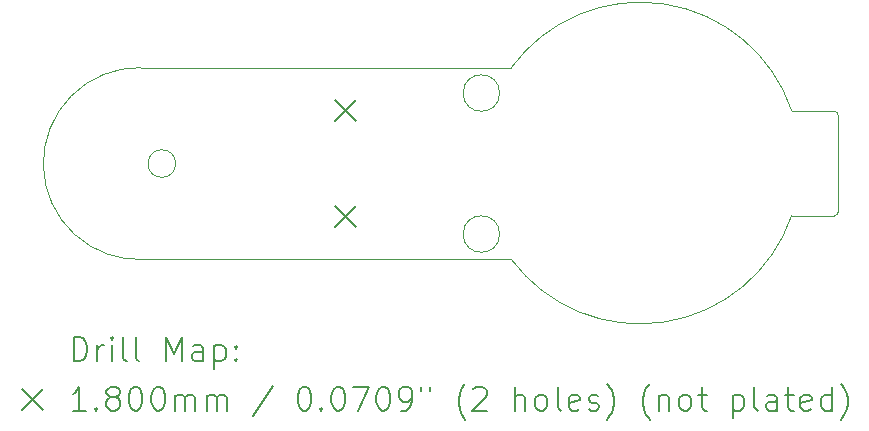
<source format=gbr>
%TF.GenerationSoftware,KiCad,Pcbnew,8.0.4*%
%TF.CreationDate,2024-08-28T21:18:08+02:00*%
%TF.ProjectId,Project1LedTorch,50726f6a-6563-4743-914c-6564546f7263,1*%
%TF.SameCoordinates,Original*%
%TF.FileFunction,Drillmap*%
%TF.FilePolarity,Positive*%
%FSLAX45Y45*%
G04 Gerber Fmt 4.5, Leading zero omitted, Abs format (unit mm)*
G04 Created by KiCad (PCBNEW 8.0.4) date 2024-08-28 21:18:08*
%MOMM*%
%LPD*%
G01*
G04 APERTURE LIST*
%ADD10C,0.050000*%
%ADD11C,0.200000*%
%ADD12C,0.180000*%
G04 APERTURE END LIST*
D10*
X17993098Y-10286029D02*
G75*
G02*
X15621000Y-10654018I-1283597J444811D01*
G01*
X12484100Y-9029700D02*
X15621000Y-9029700D01*
X12524082Y-10653683D02*
G75*
G02*
X12484100Y-9029700I-52831J811183D01*
G01*
X18351500Y-9398000D02*
X17995900Y-9398000D01*
X15521502Y-10439400D02*
G75*
G02*
X15212498Y-10439400I-154502J0D01*
G01*
X15212498Y-10439400D02*
G75*
G02*
X15521502Y-10439400I154502J0D01*
G01*
X18351500Y-10287000D02*
X17993098Y-10286029D01*
X15621000Y-9029700D02*
G75*
G02*
X17995555Y-9397595I1091855J-799847D01*
G01*
X15521502Y-9245600D02*
G75*
G02*
X15212498Y-9245600I-154502J0D01*
G01*
X15212498Y-9245600D02*
G75*
G02*
X15521502Y-9245600I154502J0D01*
G01*
X12778988Y-9842500D02*
G75*
G02*
X12544812Y-9842500I-117088J0D01*
G01*
X12544812Y-9842500D02*
G75*
G02*
X12778988Y-9842500I117088J0D01*
G01*
X18389600Y-10248900D02*
G75*
G02*
X18351500Y-10287000I-38100J0D01*
G01*
X18351500Y-9398000D02*
G75*
G02*
X18389600Y-9436100I0J-38100D01*
G01*
X12524082Y-10653683D02*
X15621000Y-10654018D01*
X18389600Y-10248900D02*
X18389600Y-9436100D01*
D11*
D12*
X14128800Y-9302500D02*
X14308800Y-9482500D01*
X14308800Y-9302500D02*
X14128800Y-9482500D01*
X14128800Y-10202500D02*
X14308800Y-10382500D01*
X14308800Y-10202500D02*
X14128800Y-10382500D01*
D11*
X11916626Y-11513685D02*
X11916626Y-11313685D01*
X11916626Y-11313685D02*
X11964245Y-11313685D01*
X11964245Y-11313685D02*
X11992817Y-11323209D01*
X11992817Y-11323209D02*
X12011864Y-11342257D01*
X12011864Y-11342257D02*
X12021388Y-11361304D01*
X12021388Y-11361304D02*
X12030912Y-11399399D01*
X12030912Y-11399399D02*
X12030912Y-11427971D01*
X12030912Y-11427971D02*
X12021388Y-11466066D01*
X12021388Y-11466066D02*
X12011864Y-11485114D01*
X12011864Y-11485114D02*
X11992817Y-11504161D01*
X11992817Y-11504161D02*
X11964245Y-11513685D01*
X11964245Y-11513685D02*
X11916626Y-11513685D01*
X12116626Y-11513685D02*
X12116626Y-11380352D01*
X12116626Y-11418447D02*
X12126150Y-11399399D01*
X12126150Y-11399399D02*
X12135674Y-11389876D01*
X12135674Y-11389876D02*
X12154721Y-11380352D01*
X12154721Y-11380352D02*
X12173769Y-11380352D01*
X12240436Y-11513685D02*
X12240436Y-11380352D01*
X12240436Y-11313685D02*
X12230912Y-11323209D01*
X12230912Y-11323209D02*
X12240436Y-11332733D01*
X12240436Y-11332733D02*
X12249959Y-11323209D01*
X12249959Y-11323209D02*
X12240436Y-11313685D01*
X12240436Y-11313685D02*
X12240436Y-11332733D01*
X12364245Y-11513685D02*
X12345198Y-11504161D01*
X12345198Y-11504161D02*
X12335674Y-11485114D01*
X12335674Y-11485114D02*
X12335674Y-11313685D01*
X12469007Y-11513685D02*
X12449959Y-11504161D01*
X12449959Y-11504161D02*
X12440436Y-11485114D01*
X12440436Y-11485114D02*
X12440436Y-11313685D01*
X12697579Y-11513685D02*
X12697579Y-11313685D01*
X12697579Y-11313685D02*
X12764245Y-11456542D01*
X12764245Y-11456542D02*
X12830912Y-11313685D01*
X12830912Y-11313685D02*
X12830912Y-11513685D01*
X13011864Y-11513685D02*
X13011864Y-11408923D01*
X13011864Y-11408923D02*
X13002340Y-11389876D01*
X13002340Y-11389876D02*
X12983293Y-11380352D01*
X12983293Y-11380352D02*
X12945198Y-11380352D01*
X12945198Y-11380352D02*
X12926150Y-11389876D01*
X13011864Y-11504161D02*
X12992817Y-11513685D01*
X12992817Y-11513685D02*
X12945198Y-11513685D01*
X12945198Y-11513685D02*
X12926150Y-11504161D01*
X12926150Y-11504161D02*
X12916626Y-11485114D01*
X12916626Y-11485114D02*
X12916626Y-11466066D01*
X12916626Y-11466066D02*
X12926150Y-11447018D01*
X12926150Y-11447018D02*
X12945198Y-11437495D01*
X12945198Y-11437495D02*
X12992817Y-11437495D01*
X12992817Y-11437495D02*
X13011864Y-11427971D01*
X13107102Y-11380352D02*
X13107102Y-11580352D01*
X13107102Y-11389876D02*
X13126150Y-11380352D01*
X13126150Y-11380352D02*
X13164245Y-11380352D01*
X13164245Y-11380352D02*
X13183293Y-11389876D01*
X13183293Y-11389876D02*
X13192817Y-11399399D01*
X13192817Y-11399399D02*
X13202340Y-11418447D01*
X13202340Y-11418447D02*
X13202340Y-11475590D01*
X13202340Y-11475590D02*
X13192817Y-11494637D01*
X13192817Y-11494637D02*
X13183293Y-11504161D01*
X13183293Y-11504161D02*
X13164245Y-11513685D01*
X13164245Y-11513685D02*
X13126150Y-11513685D01*
X13126150Y-11513685D02*
X13107102Y-11504161D01*
X13288055Y-11494637D02*
X13297579Y-11504161D01*
X13297579Y-11504161D02*
X13288055Y-11513685D01*
X13288055Y-11513685D02*
X13278531Y-11504161D01*
X13278531Y-11504161D02*
X13288055Y-11494637D01*
X13288055Y-11494637D02*
X13288055Y-11513685D01*
X13288055Y-11389876D02*
X13297579Y-11399399D01*
X13297579Y-11399399D02*
X13288055Y-11408923D01*
X13288055Y-11408923D02*
X13278531Y-11399399D01*
X13278531Y-11399399D02*
X13288055Y-11389876D01*
X13288055Y-11389876D02*
X13288055Y-11408923D01*
D12*
X11475849Y-11752201D02*
X11655849Y-11932201D01*
X11655849Y-11752201D02*
X11475849Y-11932201D01*
D11*
X12021388Y-11933685D02*
X11907102Y-11933685D01*
X11964245Y-11933685D02*
X11964245Y-11733685D01*
X11964245Y-11733685D02*
X11945198Y-11762257D01*
X11945198Y-11762257D02*
X11926150Y-11781304D01*
X11926150Y-11781304D02*
X11907102Y-11790828D01*
X12107102Y-11914637D02*
X12116626Y-11924161D01*
X12116626Y-11924161D02*
X12107102Y-11933685D01*
X12107102Y-11933685D02*
X12097579Y-11924161D01*
X12097579Y-11924161D02*
X12107102Y-11914637D01*
X12107102Y-11914637D02*
X12107102Y-11933685D01*
X12230912Y-11819399D02*
X12211864Y-11809876D01*
X12211864Y-11809876D02*
X12202340Y-11800352D01*
X12202340Y-11800352D02*
X12192817Y-11781304D01*
X12192817Y-11781304D02*
X12192817Y-11771780D01*
X12192817Y-11771780D02*
X12202340Y-11752733D01*
X12202340Y-11752733D02*
X12211864Y-11743209D01*
X12211864Y-11743209D02*
X12230912Y-11733685D01*
X12230912Y-11733685D02*
X12269007Y-11733685D01*
X12269007Y-11733685D02*
X12288055Y-11743209D01*
X12288055Y-11743209D02*
X12297579Y-11752733D01*
X12297579Y-11752733D02*
X12307102Y-11771780D01*
X12307102Y-11771780D02*
X12307102Y-11781304D01*
X12307102Y-11781304D02*
X12297579Y-11800352D01*
X12297579Y-11800352D02*
X12288055Y-11809876D01*
X12288055Y-11809876D02*
X12269007Y-11819399D01*
X12269007Y-11819399D02*
X12230912Y-11819399D01*
X12230912Y-11819399D02*
X12211864Y-11828923D01*
X12211864Y-11828923D02*
X12202340Y-11838447D01*
X12202340Y-11838447D02*
X12192817Y-11857495D01*
X12192817Y-11857495D02*
X12192817Y-11895590D01*
X12192817Y-11895590D02*
X12202340Y-11914637D01*
X12202340Y-11914637D02*
X12211864Y-11924161D01*
X12211864Y-11924161D02*
X12230912Y-11933685D01*
X12230912Y-11933685D02*
X12269007Y-11933685D01*
X12269007Y-11933685D02*
X12288055Y-11924161D01*
X12288055Y-11924161D02*
X12297579Y-11914637D01*
X12297579Y-11914637D02*
X12307102Y-11895590D01*
X12307102Y-11895590D02*
X12307102Y-11857495D01*
X12307102Y-11857495D02*
X12297579Y-11838447D01*
X12297579Y-11838447D02*
X12288055Y-11828923D01*
X12288055Y-11828923D02*
X12269007Y-11819399D01*
X12430912Y-11733685D02*
X12449960Y-11733685D01*
X12449960Y-11733685D02*
X12469007Y-11743209D01*
X12469007Y-11743209D02*
X12478531Y-11752733D01*
X12478531Y-11752733D02*
X12488055Y-11771780D01*
X12488055Y-11771780D02*
X12497579Y-11809876D01*
X12497579Y-11809876D02*
X12497579Y-11857495D01*
X12497579Y-11857495D02*
X12488055Y-11895590D01*
X12488055Y-11895590D02*
X12478531Y-11914637D01*
X12478531Y-11914637D02*
X12469007Y-11924161D01*
X12469007Y-11924161D02*
X12449960Y-11933685D01*
X12449960Y-11933685D02*
X12430912Y-11933685D01*
X12430912Y-11933685D02*
X12411864Y-11924161D01*
X12411864Y-11924161D02*
X12402340Y-11914637D01*
X12402340Y-11914637D02*
X12392817Y-11895590D01*
X12392817Y-11895590D02*
X12383293Y-11857495D01*
X12383293Y-11857495D02*
X12383293Y-11809876D01*
X12383293Y-11809876D02*
X12392817Y-11771780D01*
X12392817Y-11771780D02*
X12402340Y-11752733D01*
X12402340Y-11752733D02*
X12411864Y-11743209D01*
X12411864Y-11743209D02*
X12430912Y-11733685D01*
X12621388Y-11733685D02*
X12640436Y-11733685D01*
X12640436Y-11733685D02*
X12659483Y-11743209D01*
X12659483Y-11743209D02*
X12669007Y-11752733D01*
X12669007Y-11752733D02*
X12678531Y-11771780D01*
X12678531Y-11771780D02*
X12688055Y-11809876D01*
X12688055Y-11809876D02*
X12688055Y-11857495D01*
X12688055Y-11857495D02*
X12678531Y-11895590D01*
X12678531Y-11895590D02*
X12669007Y-11914637D01*
X12669007Y-11914637D02*
X12659483Y-11924161D01*
X12659483Y-11924161D02*
X12640436Y-11933685D01*
X12640436Y-11933685D02*
X12621388Y-11933685D01*
X12621388Y-11933685D02*
X12602340Y-11924161D01*
X12602340Y-11924161D02*
X12592817Y-11914637D01*
X12592817Y-11914637D02*
X12583293Y-11895590D01*
X12583293Y-11895590D02*
X12573769Y-11857495D01*
X12573769Y-11857495D02*
X12573769Y-11809876D01*
X12573769Y-11809876D02*
X12583293Y-11771780D01*
X12583293Y-11771780D02*
X12592817Y-11752733D01*
X12592817Y-11752733D02*
X12602340Y-11743209D01*
X12602340Y-11743209D02*
X12621388Y-11733685D01*
X12773769Y-11933685D02*
X12773769Y-11800352D01*
X12773769Y-11819399D02*
X12783293Y-11809876D01*
X12783293Y-11809876D02*
X12802340Y-11800352D01*
X12802340Y-11800352D02*
X12830912Y-11800352D01*
X12830912Y-11800352D02*
X12849960Y-11809876D01*
X12849960Y-11809876D02*
X12859483Y-11828923D01*
X12859483Y-11828923D02*
X12859483Y-11933685D01*
X12859483Y-11828923D02*
X12869007Y-11809876D01*
X12869007Y-11809876D02*
X12888055Y-11800352D01*
X12888055Y-11800352D02*
X12916626Y-11800352D01*
X12916626Y-11800352D02*
X12935674Y-11809876D01*
X12935674Y-11809876D02*
X12945198Y-11828923D01*
X12945198Y-11828923D02*
X12945198Y-11933685D01*
X13040436Y-11933685D02*
X13040436Y-11800352D01*
X13040436Y-11819399D02*
X13049960Y-11809876D01*
X13049960Y-11809876D02*
X13069007Y-11800352D01*
X13069007Y-11800352D02*
X13097579Y-11800352D01*
X13097579Y-11800352D02*
X13116626Y-11809876D01*
X13116626Y-11809876D02*
X13126150Y-11828923D01*
X13126150Y-11828923D02*
X13126150Y-11933685D01*
X13126150Y-11828923D02*
X13135674Y-11809876D01*
X13135674Y-11809876D02*
X13154721Y-11800352D01*
X13154721Y-11800352D02*
X13183293Y-11800352D01*
X13183293Y-11800352D02*
X13202341Y-11809876D01*
X13202341Y-11809876D02*
X13211864Y-11828923D01*
X13211864Y-11828923D02*
X13211864Y-11933685D01*
X13602341Y-11724161D02*
X13430912Y-11981304D01*
X13859483Y-11733685D02*
X13878531Y-11733685D01*
X13878531Y-11733685D02*
X13897579Y-11743209D01*
X13897579Y-11743209D02*
X13907103Y-11752733D01*
X13907103Y-11752733D02*
X13916626Y-11771780D01*
X13916626Y-11771780D02*
X13926150Y-11809876D01*
X13926150Y-11809876D02*
X13926150Y-11857495D01*
X13926150Y-11857495D02*
X13916626Y-11895590D01*
X13916626Y-11895590D02*
X13907103Y-11914637D01*
X13907103Y-11914637D02*
X13897579Y-11924161D01*
X13897579Y-11924161D02*
X13878531Y-11933685D01*
X13878531Y-11933685D02*
X13859483Y-11933685D01*
X13859483Y-11933685D02*
X13840436Y-11924161D01*
X13840436Y-11924161D02*
X13830912Y-11914637D01*
X13830912Y-11914637D02*
X13821388Y-11895590D01*
X13821388Y-11895590D02*
X13811864Y-11857495D01*
X13811864Y-11857495D02*
X13811864Y-11809876D01*
X13811864Y-11809876D02*
X13821388Y-11771780D01*
X13821388Y-11771780D02*
X13830912Y-11752733D01*
X13830912Y-11752733D02*
X13840436Y-11743209D01*
X13840436Y-11743209D02*
X13859483Y-11733685D01*
X14011864Y-11914637D02*
X14021388Y-11924161D01*
X14021388Y-11924161D02*
X14011864Y-11933685D01*
X14011864Y-11933685D02*
X14002341Y-11924161D01*
X14002341Y-11924161D02*
X14011864Y-11914637D01*
X14011864Y-11914637D02*
X14011864Y-11933685D01*
X14145198Y-11733685D02*
X14164245Y-11733685D01*
X14164245Y-11733685D02*
X14183293Y-11743209D01*
X14183293Y-11743209D02*
X14192817Y-11752733D01*
X14192817Y-11752733D02*
X14202341Y-11771780D01*
X14202341Y-11771780D02*
X14211864Y-11809876D01*
X14211864Y-11809876D02*
X14211864Y-11857495D01*
X14211864Y-11857495D02*
X14202341Y-11895590D01*
X14202341Y-11895590D02*
X14192817Y-11914637D01*
X14192817Y-11914637D02*
X14183293Y-11924161D01*
X14183293Y-11924161D02*
X14164245Y-11933685D01*
X14164245Y-11933685D02*
X14145198Y-11933685D01*
X14145198Y-11933685D02*
X14126150Y-11924161D01*
X14126150Y-11924161D02*
X14116626Y-11914637D01*
X14116626Y-11914637D02*
X14107103Y-11895590D01*
X14107103Y-11895590D02*
X14097579Y-11857495D01*
X14097579Y-11857495D02*
X14097579Y-11809876D01*
X14097579Y-11809876D02*
X14107103Y-11771780D01*
X14107103Y-11771780D02*
X14116626Y-11752733D01*
X14116626Y-11752733D02*
X14126150Y-11743209D01*
X14126150Y-11743209D02*
X14145198Y-11733685D01*
X14278531Y-11733685D02*
X14411864Y-11733685D01*
X14411864Y-11733685D02*
X14326150Y-11933685D01*
X14526150Y-11733685D02*
X14545198Y-11733685D01*
X14545198Y-11733685D02*
X14564245Y-11743209D01*
X14564245Y-11743209D02*
X14573769Y-11752733D01*
X14573769Y-11752733D02*
X14583293Y-11771780D01*
X14583293Y-11771780D02*
X14592817Y-11809876D01*
X14592817Y-11809876D02*
X14592817Y-11857495D01*
X14592817Y-11857495D02*
X14583293Y-11895590D01*
X14583293Y-11895590D02*
X14573769Y-11914637D01*
X14573769Y-11914637D02*
X14564245Y-11924161D01*
X14564245Y-11924161D02*
X14545198Y-11933685D01*
X14545198Y-11933685D02*
X14526150Y-11933685D01*
X14526150Y-11933685D02*
X14507103Y-11924161D01*
X14507103Y-11924161D02*
X14497579Y-11914637D01*
X14497579Y-11914637D02*
X14488055Y-11895590D01*
X14488055Y-11895590D02*
X14478531Y-11857495D01*
X14478531Y-11857495D02*
X14478531Y-11809876D01*
X14478531Y-11809876D02*
X14488055Y-11771780D01*
X14488055Y-11771780D02*
X14497579Y-11752733D01*
X14497579Y-11752733D02*
X14507103Y-11743209D01*
X14507103Y-11743209D02*
X14526150Y-11733685D01*
X14688055Y-11933685D02*
X14726150Y-11933685D01*
X14726150Y-11933685D02*
X14745198Y-11924161D01*
X14745198Y-11924161D02*
X14754722Y-11914637D01*
X14754722Y-11914637D02*
X14773769Y-11886066D01*
X14773769Y-11886066D02*
X14783293Y-11847971D01*
X14783293Y-11847971D02*
X14783293Y-11771780D01*
X14783293Y-11771780D02*
X14773769Y-11752733D01*
X14773769Y-11752733D02*
X14764245Y-11743209D01*
X14764245Y-11743209D02*
X14745198Y-11733685D01*
X14745198Y-11733685D02*
X14707103Y-11733685D01*
X14707103Y-11733685D02*
X14688055Y-11743209D01*
X14688055Y-11743209D02*
X14678531Y-11752733D01*
X14678531Y-11752733D02*
X14669007Y-11771780D01*
X14669007Y-11771780D02*
X14669007Y-11819399D01*
X14669007Y-11819399D02*
X14678531Y-11838447D01*
X14678531Y-11838447D02*
X14688055Y-11847971D01*
X14688055Y-11847971D02*
X14707103Y-11857495D01*
X14707103Y-11857495D02*
X14745198Y-11857495D01*
X14745198Y-11857495D02*
X14764245Y-11847971D01*
X14764245Y-11847971D02*
X14773769Y-11838447D01*
X14773769Y-11838447D02*
X14783293Y-11819399D01*
X14859484Y-11733685D02*
X14859484Y-11771780D01*
X14935674Y-11733685D02*
X14935674Y-11771780D01*
X15230912Y-12009876D02*
X15221388Y-12000352D01*
X15221388Y-12000352D02*
X15202341Y-11971780D01*
X15202341Y-11971780D02*
X15192817Y-11952733D01*
X15192817Y-11952733D02*
X15183293Y-11924161D01*
X15183293Y-11924161D02*
X15173769Y-11876542D01*
X15173769Y-11876542D02*
X15173769Y-11838447D01*
X15173769Y-11838447D02*
X15183293Y-11790828D01*
X15183293Y-11790828D02*
X15192817Y-11762257D01*
X15192817Y-11762257D02*
X15202341Y-11743209D01*
X15202341Y-11743209D02*
X15221388Y-11714637D01*
X15221388Y-11714637D02*
X15230912Y-11705114D01*
X15297579Y-11752733D02*
X15307103Y-11743209D01*
X15307103Y-11743209D02*
X15326150Y-11733685D01*
X15326150Y-11733685D02*
X15373769Y-11733685D01*
X15373769Y-11733685D02*
X15392817Y-11743209D01*
X15392817Y-11743209D02*
X15402341Y-11752733D01*
X15402341Y-11752733D02*
X15411865Y-11771780D01*
X15411865Y-11771780D02*
X15411865Y-11790828D01*
X15411865Y-11790828D02*
X15402341Y-11819399D01*
X15402341Y-11819399D02*
X15288055Y-11933685D01*
X15288055Y-11933685D02*
X15411865Y-11933685D01*
X15649960Y-11933685D02*
X15649960Y-11733685D01*
X15735674Y-11933685D02*
X15735674Y-11828923D01*
X15735674Y-11828923D02*
X15726150Y-11809876D01*
X15726150Y-11809876D02*
X15707103Y-11800352D01*
X15707103Y-11800352D02*
X15678531Y-11800352D01*
X15678531Y-11800352D02*
X15659484Y-11809876D01*
X15659484Y-11809876D02*
X15649960Y-11819399D01*
X15859484Y-11933685D02*
X15840436Y-11924161D01*
X15840436Y-11924161D02*
X15830912Y-11914637D01*
X15830912Y-11914637D02*
X15821388Y-11895590D01*
X15821388Y-11895590D02*
X15821388Y-11838447D01*
X15821388Y-11838447D02*
X15830912Y-11819399D01*
X15830912Y-11819399D02*
X15840436Y-11809876D01*
X15840436Y-11809876D02*
X15859484Y-11800352D01*
X15859484Y-11800352D02*
X15888055Y-11800352D01*
X15888055Y-11800352D02*
X15907103Y-11809876D01*
X15907103Y-11809876D02*
X15916627Y-11819399D01*
X15916627Y-11819399D02*
X15926150Y-11838447D01*
X15926150Y-11838447D02*
X15926150Y-11895590D01*
X15926150Y-11895590D02*
X15916627Y-11914637D01*
X15916627Y-11914637D02*
X15907103Y-11924161D01*
X15907103Y-11924161D02*
X15888055Y-11933685D01*
X15888055Y-11933685D02*
X15859484Y-11933685D01*
X16040436Y-11933685D02*
X16021388Y-11924161D01*
X16021388Y-11924161D02*
X16011865Y-11905114D01*
X16011865Y-11905114D02*
X16011865Y-11733685D01*
X16192817Y-11924161D02*
X16173769Y-11933685D01*
X16173769Y-11933685D02*
X16135674Y-11933685D01*
X16135674Y-11933685D02*
X16116627Y-11924161D01*
X16116627Y-11924161D02*
X16107103Y-11905114D01*
X16107103Y-11905114D02*
X16107103Y-11828923D01*
X16107103Y-11828923D02*
X16116627Y-11809876D01*
X16116627Y-11809876D02*
X16135674Y-11800352D01*
X16135674Y-11800352D02*
X16173769Y-11800352D01*
X16173769Y-11800352D02*
X16192817Y-11809876D01*
X16192817Y-11809876D02*
X16202341Y-11828923D01*
X16202341Y-11828923D02*
X16202341Y-11847971D01*
X16202341Y-11847971D02*
X16107103Y-11867018D01*
X16278531Y-11924161D02*
X16297579Y-11933685D01*
X16297579Y-11933685D02*
X16335674Y-11933685D01*
X16335674Y-11933685D02*
X16354722Y-11924161D01*
X16354722Y-11924161D02*
X16364246Y-11905114D01*
X16364246Y-11905114D02*
X16364246Y-11895590D01*
X16364246Y-11895590D02*
X16354722Y-11876542D01*
X16354722Y-11876542D02*
X16335674Y-11867018D01*
X16335674Y-11867018D02*
X16307103Y-11867018D01*
X16307103Y-11867018D02*
X16288055Y-11857495D01*
X16288055Y-11857495D02*
X16278531Y-11838447D01*
X16278531Y-11838447D02*
X16278531Y-11828923D01*
X16278531Y-11828923D02*
X16288055Y-11809876D01*
X16288055Y-11809876D02*
X16307103Y-11800352D01*
X16307103Y-11800352D02*
X16335674Y-11800352D01*
X16335674Y-11800352D02*
X16354722Y-11809876D01*
X16430912Y-12009876D02*
X16440436Y-12000352D01*
X16440436Y-12000352D02*
X16459484Y-11971780D01*
X16459484Y-11971780D02*
X16469008Y-11952733D01*
X16469008Y-11952733D02*
X16478531Y-11924161D01*
X16478531Y-11924161D02*
X16488055Y-11876542D01*
X16488055Y-11876542D02*
X16488055Y-11838447D01*
X16488055Y-11838447D02*
X16478531Y-11790828D01*
X16478531Y-11790828D02*
X16469008Y-11762257D01*
X16469008Y-11762257D02*
X16459484Y-11743209D01*
X16459484Y-11743209D02*
X16440436Y-11714637D01*
X16440436Y-11714637D02*
X16430912Y-11705114D01*
X16792817Y-12009876D02*
X16783293Y-12000352D01*
X16783293Y-12000352D02*
X16764246Y-11971780D01*
X16764246Y-11971780D02*
X16754722Y-11952733D01*
X16754722Y-11952733D02*
X16745198Y-11924161D01*
X16745198Y-11924161D02*
X16735674Y-11876542D01*
X16735674Y-11876542D02*
X16735674Y-11838447D01*
X16735674Y-11838447D02*
X16745198Y-11790828D01*
X16745198Y-11790828D02*
X16754722Y-11762257D01*
X16754722Y-11762257D02*
X16764246Y-11743209D01*
X16764246Y-11743209D02*
X16783293Y-11714637D01*
X16783293Y-11714637D02*
X16792817Y-11705114D01*
X16869008Y-11800352D02*
X16869008Y-11933685D01*
X16869008Y-11819399D02*
X16878531Y-11809876D01*
X16878531Y-11809876D02*
X16897579Y-11800352D01*
X16897579Y-11800352D02*
X16926151Y-11800352D01*
X16926151Y-11800352D02*
X16945198Y-11809876D01*
X16945198Y-11809876D02*
X16954722Y-11828923D01*
X16954722Y-11828923D02*
X16954722Y-11933685D01*
X17078531Y-11933685D02*
X17059484Y-11924161D01*
X17059484Y-11924161D02*
X17049960Y-11914637D01*
X17049960Y-11914637D02*
X17040436Y-11895590D01*
X17040436Y-11895590D02*
X17040436Y-11838447D01*
X17040436Y-11838447D02*
X17049960Y-11819399D01*
X17049960Y-11819399D02*
X17059484Y-11809876D01*
X17059484Y-11809876D02*
X17078531Y-11800352D01*
X17078531Y-11800352D02*
X17107103Y-11800352D01*
X17107103Y-11800352D02*
X17126151Y-11809876D01*
X17126151Y-11809876D02*
X17135674Y-11819399D01*
X17135674Y-11819399D02*
X17145198Y-11838447D01*
X17145198Y-11838447D02*
X17145198Y-11895590D01*
X17145198Y-11895590D02*
X17135674Y-11914637D01*
X17135674Y-11914637D02*
X17126151Y-11924161D01*
X17126151Y-11924161D02*
X17107103Y-11933685D01*
X17107103Y-11933685D02*
X17078531Y-11933685D01*
X17202341Y-11800352D02*
X17278531Y-11800352D01*
X17230912Y-11733685D02*
X17230912Y-11905114D01*
X17230912Y-11905114D02*
X17240436Y-11924161D01*
X17240436Y-11924161D02*
X17259484Y-11933685D01*
X17259484Y-11933685D02*
X17278531Y-11933685D01*
X17497579Y-11800352D02*
X17497579Y-12000352D01*
X17497579Y-11809876D02*
X17516627Y-11800352D01*
X17516627Y-11800352D02*
X17554722Y-11800352D01*
X17554722Y-11800352D02*
X17573770Y-11809876D01*
X17573770Y-11809876D02*
X17583293Y-11819399D01*
X17583293Y-11819399D02*
X17592817Y-11838447D01*
X17592817Y-11838447D02*
X17592817Y-11895590D01*
X17592817Y-11895590D02*
X17583293Y-11914637D01*
X17583293Y-11914637D02*
X17573770Y-11924161D01*
X17573770Y-11924161D02*
X17554722Y-11933685D01*
X17554722Y-11933685D02*
X17516627Y-11933685D01*
X17516627Y-11933685D02*
X17497579Y-11924161D01*
X17707103Y-11933685D02*
X17688055Y-11924161D01*
X17688055Y-11924161D02*
X17678532Y-11905114D01*
X17678532Y-11905114D02*
X17678532Y-11733685D01*
X17869008Y-11933685D02*
X17869008Y-11828923D01*
X17869008Y-11828923D02*
X17859484Y-11809876D01*
X17859484Y-11809876D02*
X17840436Y-11800352D01*
X17840436Y-11800352D02*
X17802341Y-11800352D01*
X17802341Y-11800352D02*
X17783293Y-11809876D01*
X17869008Y-11924161D02*
X17849960Y-11933685D01*
X17849960Y-11933685D02*
X17802341Y-11933685D01*
X17802341Y-11933685D02*
X17783293Y-11924161D01*
X17783293Y-11924161D02*
X17773770Y-11905114D01*
X17773770Y-11905114D02*
X17773770Y-11886066D01*
X17773770Y-11886066D02*
X17783293Y-11867018D01*
X17783293Y-11867018D02*
X17802341Y-11857495D01*
X17802341Y-11857495D02*
X17849960Y-11857495D01*
X17849960Y-11857495D02*
X17869008Y-11847971D01*
X17935674Y-11800352D02*
X18011865Y-11800352D01*
X17964246Y-11733685D02*
X17964246Y-11905114D01*
X17964246Y-11905114D02*
X17973770Y-11924161D01*
X17973770Y-11924161D02*
X17992817Y-11933685D01*
X17992817Y-11933685D02*
X18011865Y-11933685D01*
X18154722Y-11924161D02*
X18135674Y-11933685D01*
X18135674Y-11933685D02*
X18097579Y-11933685D01*
X18097579Y-11933685D02*
X18078532Y-11924161D01*
X18078532Y-11924161D02*
X18069008Y-11905114D01*
X18069008Y-11905114D02*
X18069008Y-11828923D01*
X18069008Y-11828923D02*
X18078532Y-11809876D01*
X18078532Y-11809876D02*
X18097579Y-11800352D01*
X18097579Y-11800352D02*
X18135674Y-11800352D01*
X18135674Y-11800352D02*
X18154722Y-11809876D01*
X18154722Y-11809876D02*
X18164246Y-11828923D01*
X18164246Y-11828923D02*
X18164246Y-11847971D01*
X18164246Y-11847971D02*
X18069008Y-11867018D01*
X18335674Y-11933685D02*
X18335674Y-11733685D01*
X18335674Y-11924161D02*
X18316627Y-11933685D01*
X18316627Y-11933685D02*
X18278532Y-11933685D01*
X18278532Y-11933685D02*
X18259484Y-11924161D01*
X18259484Y-11924161D02*
X18249960Y-11914637D01*
X18249960Y-11914637D02*
X18240436Y-11895590D01*
X18240436Y-11895590D02*
X18240436Y-11838447D01*
X18240436Y-11838447D02*
X18249960Y-11819399D01*
X18249960Y-11819399D02*
X18259484Y-11809876D01*
X18259484Y-11809876D02*
X18278532Y-11800352D01*
X18278532Y-11800352D02*
X18316627Y-11800352D01*
X18316627Y-11800352D02*
X18335674Y-11809876D01*
X18411865Y-12009876D02*
X18421389Y-12000352D01*
X18421389Y-12000352D02*
X18440436Y-11971780D01*
X18440436Y-11971780D02*
X18449960Y-11952733D01*
X18449960Y-11952733D02*
X18459484Y-11924161D01*
X18459484Y-11924161D02*
X18469008Y-11876542D01*
X18469008Y-11876542D02*
X18469008Y-11838447D01*
X18469008Y-11838447D02*
X18459484Y-11790828D01*
X18459484Y-11790828D02*
X18449960Y-11762257D01*
X18449960Y-11762257D02*
X18440436Y-11743209D01*
X18440436Y-11743209D02*
X18421389Y-11714637D01*
X18421389Y-11714637D02*
X18411865Y-11705114D01*
M02*

</source>
